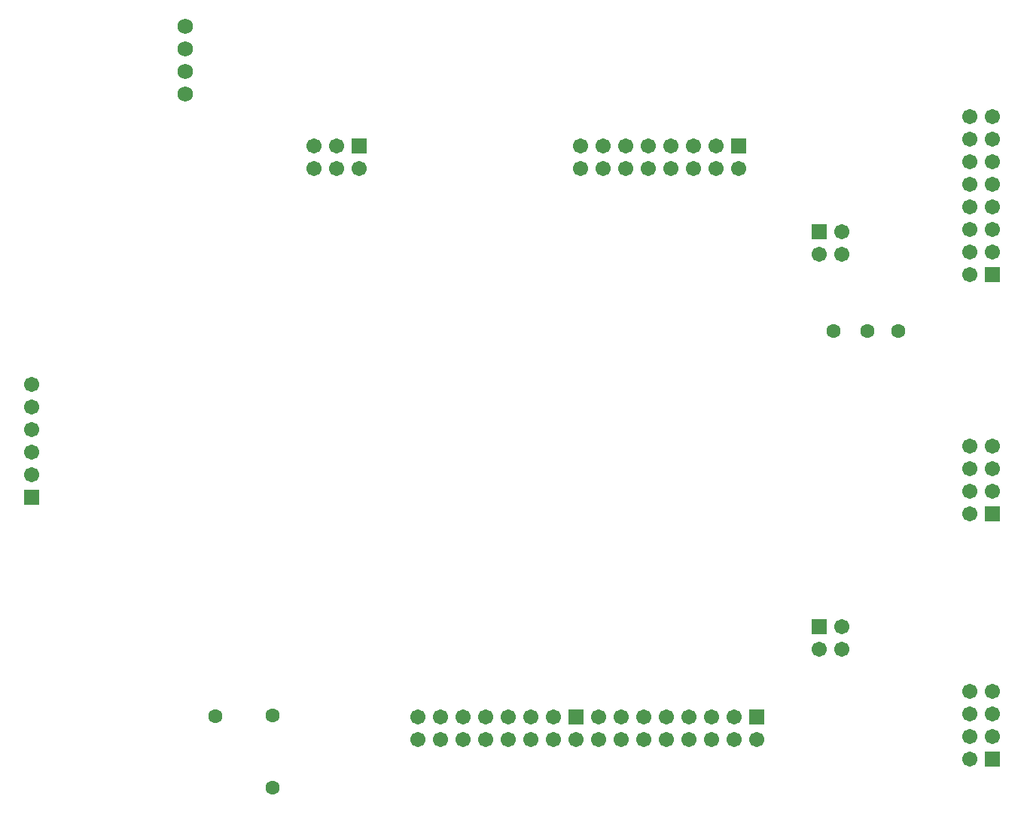
<source format=gbs>
G04*
G04 #@! TF.GenerationSoftware,Altium Limited,Altium Designer,19.1.8 (144)*
G04*
G04 Layer_Color=16711935*
%FSLAX25Y25*%
%MOIN*%
G70*
G01*
G75*
%ADD14C,0.06312*%
%ADD15C,0.06800*%
%ADD16R,0.06706X0.06706*%
%ADD17C,0.06706*%
%ADD18C,0.06706*%
%ADD19R,0.06706X0.06706*%
D14*
X73242Y61896D02*
D03*
Y93896D02*
D03*
X47742Y93396D02*
D03*
X350233Y264000D02*
D03*
X336442D02*
D03*
X321442D02*
D03*
D15*
X34442Y398996D02*
D03*
Y388996D02*
D03*
Y378996D02*
D03*
Y368996D02*
D03*
D16*
X-33433Y190496D02*
D03*
X314942Y307996D02*
D03*
Y132996D02*
D03*
X391599Y288996D02*
D03*
Y74496D02*
D03*
Y182996D02*
D03*
D17*
X-33433Y200496D02*
D03*
Y210496D02*
D03*
Y220496D02*
D03*
Y230496D02*
D03*
Y240496D02*
D03*
X324942Y297996D02*
D03*
X314942D02*
D03*
X324942Y307996D02*
D03*
Y122996D02*
D03*
X314942D02*
D03*
X324942Y132996D02*
D03*
X287442Y82996D02*
D03*
X277442Y92996D02*
D03*
Y82996D02*
D03*
X267442Y92996D02*
D03*
Y82996D02*
D03*
X257442Y92996D02*
D03*
Y82996D02*
D03*
X247442D02*
D03*
Y92996D02*
D03*
X167442D02*
D03*
Y82996D02*
D03*
X177442D02*
D03*
Y92996D02*
D03*
X187442Y82996D02*
D03*
Y92996D02*
D03*
X197442Y82996D02*
D03*
Y92996D02*
D03*
X207442Y82996D02*
D03*
X381599Y288996D02*
D03*
X391599Y298996D02*
D03*
X381599D02*
D03*
X391599Y308996D02*
D03*
X381599D02*
D03*
X391599Y318996D02*
D03*
X381599D02*
D03*
Y328996D02*
D03*
X391599D02*
D03*
X381599Y104496D02*
D03*
X391599D02*
D03*
X381599Y94496D02*
D03*
X391599D02*
D03*
X381599Y84496D02*
D03*
X391599D02*
D03*
X381599Y74496D02*
D03*
Y212996D02*
D03*
X391599D02*
D03*
X381599Y202996D02*
D03*
X391599D02*
D03*
X381599Y192996D02*
D03*
X391599D02*
D03*
X381599Y182996D02*
D03*
X111442Y335996D02*
D03*
X101442Y345996D02*
D03*
Y335996D02*
D03*
X91442Y345996D02*
D03*
Y335996D02*
D03*
X239442Y345996D02*
D03*
Y335996D02*
D03*
X249442D02*
D03*
Y345996D02*
D03*
X259442Y335996D02*
D03*
Y345996D02*
D03*
X269442Y335996D02*
D03*
Y345996D02*
D03*
X279442Y335996D02*
D03*
D18*
X227442Y82996D02*
D03*
Y92996D02*
D03*
X237442D02*
D03*
Y82996D02*
D03*
X217442Y92996D02*
D03*
Y82996D02*
D03*
X137442D02*
D03*
Y92996D02*
D03*
X157442Y82996D02*
D03*
Y92996D02*
D03*
X147442D02*
D03*
Y82996D02*
D03*
X381599Y348996D02*
D03*
X391599D02*
D03*
Y338996D02*
D03*
X381599D02*
D03*
X391599Y358996D02*
D03*
X381599D02*
D03*
X209442Y335996D02*
D03*
Y345996D02*
D03*
X229442Y335996D02*
D03*
Y345996D02*
D03*
X219442D02*
D03*
Y335996D02*
D03*
D19*
X287442Y92996D02*
D03*
X207442D02*
D03*
X111442Y345996D02*
D03*
X279442D02*
D03*
M02*

</source>
